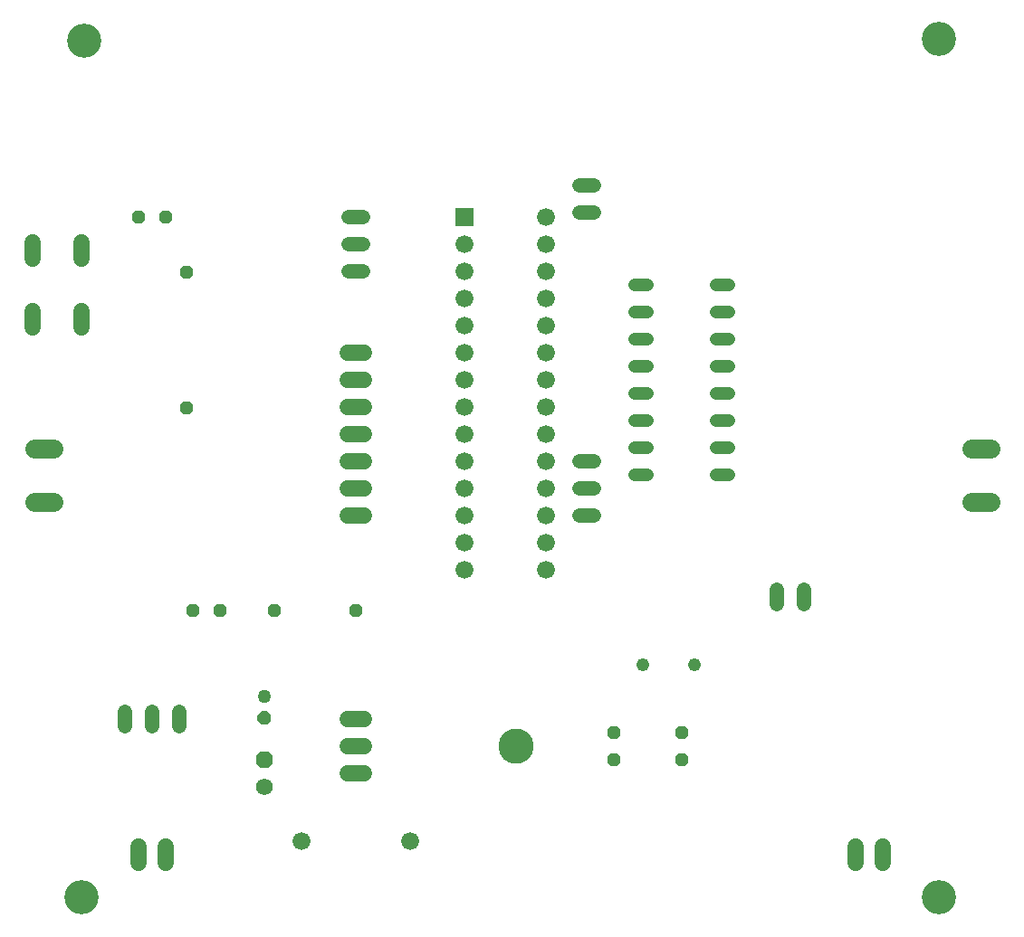
<source format=gbs>
G75*
%MOIN*%
%OFA0B0*%
%FSLAX24Y24*%
%IPPOS*%
%LPD*%
%AMOC8*
5,1,8,0,0,1.08239X$1,22.5*
%
%ADD10C,0.1260*%
%ADD11OC8,0.0480*%
%ADD12C,0.0600*%
%ADD13C,0.1300*%
%ADD14C,0.0480*%
%ADD15C,0.0480*%
%ADD16R,0.0660X0.0660*%
%ADD17C,0.0660*%
%ADD18C,0.0705*%
%ADD19C,0.0540*%
%ADD20OC8,0.0620*%
%ADD21C,0.0620*%
%ADD22OC8,0.0500*%
%ADD23C,0.0500*%
D10*
X003982Y004021D03*
X035561Y004021D03*
X035553Y035671D03*
X004100Y035600D03*
D11*
X006100Y029100D03*
X007100Y029100D03*
X007848Y027076D03*
X007848Y022076D03*
X008100Y014600D03*
X009100Y014600D03*
X011100Y014600D03*
X014100Y014600D03*
X023600Y010100D03*
X023600Y009100D03*
X026100Y009100D03*
X026100Y010100D03*
D12*
X032500Y005900D02*
X032500Y005300D01*
X033500Y005300D02*
X033500Y005900D01*
X014400Y008600D02*
X013800Y008600D01*
X013800Y009600D02*
X014400Y009600D01*
X014400Y010600D02*
X013800Y010600D01*
X007100Y005900D02*
X007100Y005300D01*
X006100Y005300D02*
X006100Y005900D01*
X013800Y018100D02*
X014400Y018100D01*
X014400Y019100D02*
X013800Y019100D01*
X013800Y020100D02*
X014400Y020100D01*
X014400Y021100D02*
X013800Y021100D01*
X013800Y022100D02*
X014400Y022100D01*
X014400Y023100D02*
X013800Y023100D01*
X013800Y024100D02*
X014400Y024100D01*
X003990Y025020D02*
X003990Y025620D01*
X002210Y025620D02*
X002210Y025020D01*
X002210Y027580D02*
X002210Y028180D01*
X003990Y028180D02*
X003990Y027580D01*
D13*
X020000Y009600D03*
D14*
X024360Y019600D02*
X024840Y019600D01*
X024840Y020600D02*
X024360Y020600D01*
X024360Y021600D02*
X024840Y021600D01*
X024840Y022600D02*
X024360Y022600D01*
X024360Y023600D02*
X024840Y023600D01*
X024840Y024600D02*
X024360Y024600D01*
X024360Y025600D02*
X024840Y025600D01*
X024840Y026600D02*
X024360Y026600D01*
X027360Y026600D02*
X027840Y026600D01*
X027840Y025600D02*
X027360Y025600D01*
X027360Y024600D02*
X027840Y024600D01*
X027840Y023600D02*
X027360Y023600D01*
X027360Y022600D02*
X027840Y022600D01*
X027840Y021600D02*
X027360Y021600D01*
X027360Y020600D02*
X027840Y020600D01*
X027840Y019600D02*
X027360Y019600D01*
D15*
X026550Y012600D03*
X024650Y012600D03*
D16*
X018100Y029100D03*
D17*
X018100Y028100D03*
X018100Y027100D03*
X018100Y026100D03*
X018100Y025100D03*
X018100Y024100D03*
X018100Y023100D03*
X018100Y022100D03*
X018100Y021100D03*
X018100Y020100D03*
X018100Y019100D03*
X018100Y018100D03*
X018100Y017100D03*
X018100Y016100D03*
X021100Y016100D03*
X021100Y017100D03*
X021100Y018100D03*
X021100Y019100D03*
X021100Y020100D03*
X021100Y021100D03*
X021100Y022100D03*
X021100Y023100D03*
X021100Y024100D03*
X021100Y025100D03*
X021100Y026100D03*
X021100Y027100D03*
X021100Y028100D03*
X021100Y029100D03*
X016100Y006100D03*
X012100Y006100D03*
D18*
X002953Y018616D02*
X002248Y018616D01*
X002248Y020584D02*
X002953Y020584D01*
X036748Y020584D02*
X037453Y020584D01*
X037453Y018616D02*
X036748Y018616D01*
D19*
X030600Y015370D02*
X030600Y014830D01*
X029600Y014830D02*
X029600Y015370D01*
X022870Y018100D02*
X022330Y018100D01*
X022330Y019100D02*
X022870Y019100D01*
X022870Y020100D02*
X022330Y020100D01*
X014370Y027100D02*
X013830Y027100D01*
X013830Y028100D02*
X014370Y028100D01*
X014370Y029100D02*
X013830Y029100D01*
X022328Y029264D02*
X022868Y029264D01*
X022868Y030264D02*
X022328Y030264D01*
X007600Y010870D02*
X007600Y010330D01*
X006600Y010330D02*
X006600Y010870D01*
X005600Y010870D02*
X005600Y010330D01*
D20*
X010730Y009104D03*
D21*
X010730Y008104D03*
D22*
X010730Y010645D03*
D23*
X010730Y011445D03*
M02*

</source>
